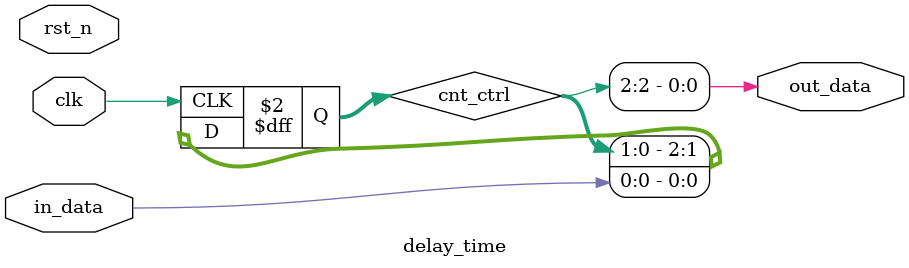
<source format=v>
module delay_time(clk,rst_n,in_data,out_data);
	input clk,rst_n,in_data;
	output out_data;
	
	reg [2:0] cnt_ctrl;//打两拍
	always@(posedge clk) begin
		cnt_ctrl <= {cnt_ctrl[1:0],in_data};
	end
	
	/* always@(posedge clk or negedge rst_n) begin
		if(!rst_n) begin
			cnt_ctrl <= 3'b0;
		end
		else begin
			cnt_ctrl <= {cnt_ctrl[1:0],in_data};
		end
	end */
	
	assign out_data = cnt_ctrl[2];
endmodule 

</source>
